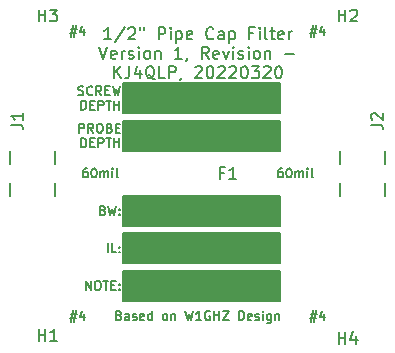
<source format=gbr>
%TF.GenerationSoftware,KiCad,Pcbnew,6.0.3-a3aad9c10e~116~ubuntu20.04.1*%
%TF.CreationDate,2022-03-21T01:27:17-04:00*%
%TF.ProjectId,pcf_0.5in,7063665f-302e-4356-996e-2e6b69636164,-*%
%TF.SameCoordinates,Original*%
%TF.FileFunction,Legend,Top*%
%TF.FilePolarity,Positive*%
%FSLAX46Y46*%
G04 Gerber Fmt 4.6, Leading zero omitted, Abs format (unit mm)*
G04 Created by KiCad (PCBNEW 6.0.3-a3aad9c10e~116~ubuntu20.04.1) date 2022-03-21 01:27:17*
%MOMM*%
%LPD*%
G01*
G04 APERTURE LIST*
%ADD10C,0.127000*%
%ADD11C,0.152400*%
%ADD12C,0.177800*%
%ADD13C,0.150000*%
G04 APERTURE END LIST*
D10*
X136525000Y-83820000D02*
X149860000Y-83820000D01*
X149860000Y-83820000D02*
X149860000Y-81280000D01*
X149860000Y-81280000D02*
X136525000Y-81280000D01*
X136525000Y-81280000D02*
X136525000Y-83820000D01*
G36*
X136525000Y-83820000D02*
G01*
X149860000Y-83820000D01*
X149860000Y-81280000D01*
X136525000Y-81280000D01*
X136525000Y-83820000D01*
G37*
X136525000Y-96520000D02*
X149860000Y-96520000D01*
X149860000Y-96520000D02*
X149860000Y-93980000D01*
X149860000Y-93980000D02*
X136525000Y-93980000D01*
X136525000Y-93980000D02*
X136525000Y-96520000D01*
G36*
X136525000Y-96520000D02*
G01*
X149860000Y-96520000D01*
X149860000Y-93980000D01*
X136525000Y-93980000D01*
X136525000Y-96520000D01*
G37*
X136525000Y-86995000D02*
X149860000Y-86995000D01*
X149860000Y-86995000D02*
X149860000Y-84455000D01*
X149860000Y-84455000D02*
X136525000Y-84455000D01*
X136525000Y-84455000D02*
X136525000Y-86995000D01*
G36*
X136525000Y-86995000D02*
G01*
X149860000Y-86995000D01*
X149860000Y-84455000D01*
X136525000Y-84455000D01*
X136525000Y-86995000D01*
G37*
X136525000Y-93345000D02*
X149860000Y-93345000D01*
X149860000Y-93345000D02*
X149860000Y-90805000D01*
X149860000Y-90805000D02*
X136525000Y-90805000D01*
X136525000Y-90805000D02*
X136525000Y-93345000D01*
G36*
X136525000Y-93345000D02*
G01*
X149860000Y-93345000D01*
X149860000Y-90805000D01*
X136525000Y-90805000D01*
X136525000Y-93345000D01*
G37*
X136525000Y-99695000D02*
X149860000Y-99695000D01*
X149860000Y-99695000D02*
X149860000Y-97155000D01*
X149860000Y-97155000D02*
X136525000Y-97155000D01*
X136525000Y-97155000D02*
X136525000Y-99695000D01*
G36*
X136525000Y-99695000D02*
G01*
X149860000Y-99695000D01*
X149860000Y-97155000D01*
X136525000Y-97155000D01*
X136525000Y-99695000D01*
G37*
D11*
X135264797Y-95594714D02*
X135264797Y-94832714D01*
X135990511Y-95594714D02*
X135627654Y-95594714D01*
X135627654Y-94832714D01*
X136244511Y-95522142D02*
X136280797Y-95558428D01*
X136244511Y-95594714D01*
X136208225Y-95558428D01*
X136244511Y-95522142D01*
X136244511Y-95594714D01*
X136244511Y-95123000D02*
X136280797Y-95159285D01*
X136244511Y-95195571D01*
X136208225Y-95159285D01*
X136244511Y-95123000D01*
X136244511Y-95195571D01*
X133377940Y-98769714D02*
X133377940Y-98007714D01*
X133813368Y-98769714D01*
X133813368Y-98007714D01*
X134321368Y-98007714D02*
X134466511Y-98007714D01*
X134539082Y-98044000D01*
X134611654Y-98116571D01*
X134647940Y-98261714D01*
X134647940Y-98515714D01*
X134611654Y-98660857D01*
X134539082Y-98733428D01*
X134466511Y-98769714D01*
X134321368Y-98769714D01*
X134248797Y-98733428D01*
X134176225Y-98660857D01*
X134139940Y-98515714D01*
X134139940Y-98261714D01*
X134176225Y-98116571D01*
X134248797Y-98044000D01*
X134321368Y-98007714D01*
X134865654Y-98007714D02*
X135301082Y-98007714D01*
X135083368Y-98769714D02*
X135083368Y-98007714D01*
X135555082Y-98370571D02*
X135809082Y-98370571D01*
X135917940Y-98769714D02*
X135555082Y-98769714D01*
X135555082Y-98007714D01*
X135917940Y-98007714D01*
X136244511Y-98697142D02*
X136280797Y-98733428D01*
X136244511Y-98769714D01*
X136208225Y-98733428D01*
X136244511Y-98697142D01*
X136244511Y-98769714D01*
X136244511Y-98298000D02*
X136280797Y-98334285D01*
X136244511Y-98370571D01*
X136208225Y-98334285D01*
X136244511Y-98298000D01*
X136244511Y-98370571D01*
X150023285Y-88482714D02*
X149878142Y-88482714D01*
X149805571Y-88519000D01*
X149769285Y-88555285D01*
X149696714Y-88664142D01*
X149660428Y-88809285D01*
X149660428Y-89099571D01*
X149696714Y-89172142D01*
X149733000Y-89208428D01*
X149805571Y-89244714D01*
X149950714Y-89244714D01*
X150023285Y-89208428D01*
X150059571Y-89172142D01*
X150095857Y-89099571D01*
X150095857Y-88918142D01*
X150059571Y-88845571D01*
X150023285Y-88809285D01*
X149950714Y-88773000D01*
X149805571Y-88773000D01*
X149733000Y-88809285D01*
X149696714Y-88845571D01*
X149660428Y-88918142D01*
X150567571Y-88482714D02*
X150640142Y-88482714D01*
X150712714Y-88519000D01*
X150749000Y-88555285D01*
X150785285Y-88627857D01*
X150821571Y-88773000D01*
X150821571Y-88954428D01*
X150785285Y-89099571D01*
X150749000Y-89172142D01*
X150712714Y-89208428D01*
X150640142Y-89244714D01*
X150567571Y-89244714D01*
X150495000Y-89208428D01*
X150458714Y-89172142D01*
X150422428Y-89099571D01*
X150386142Y-88954428D01*
X150386142Y-88773000D01*
X150422428Y-88627857D01*
X150458714Y-88555285D01*
X150495000Y-88519000D01*
X150567571Y-88482714D01*
X151148142Y-89244714D02*
X151148142Y-88736714D01*
X151148142Y-88809285D02*
X151184428Y-88773000D01*
X151257000Y-88736714D01*
X151365857Y-88736714D01*
X151438428Y-88773000D01*
X151474714Y-88845571D01*
X151474714Y-89244714D01*
X151474714Y-88845571D02*
X151511000Y-88773000D01*
X151583571Y-88736714D01*
X151692428Y-88736714D01*
X151765000Y-88773000D01*
X151801285Y-88845571D01*
X151801285Y-89244714D01*
X152164142Y-89244714D02*
X152164142Y-88736714D01*
X152164142Y-88482714D02*
X152127857Y-88519000D01*
X152164142Y-88555285D01*
X152200428Y-88519000D01*
X152164142Y-88482714D01*
X152164142Y-88555285D01*
X152635857Y-89244714D02*
X152563285Y-89208428D01*
X152527000Y-89135857D01*
X152527000Y-88482714D01*
X134865654Y-92020571D02*
X134974511Y-92056857D01*
X135010797Y-92093142D01*
X135047082Y-92165714D01*
X135047082Y-92274571D01*
X135010797Y-92347142D01*
X134974511Y-92383428D01*
X134901940Y-92419714D01*
X134611654Y-92419714D01*
X134611654Y-91657714D01*
X134865654Y-91657714D01*
X134938225Y-91694000D01*
X134974511Y-91730285D01*
X135010797Y-91802857D01*
X135010797Y-91875428D01*
X134974511Y-91948000D01*
X134938225Y-91984285D01*
X134865654Y-92020571D01*
X134611654Y-92020571D01*
X135301082Y-91657714D02*
X135482511Y-92419714D01*
X135627654Y-91875428D01*
X135772797Y-92419714D01*
X135954225Y-91657714D01*
X136244511Y-92347142D02*
X136280797Y-92383428D01*
X136244511Y-92419714D01*
X136208225Y-92383428D01*
X136244511Y-92347142D01*
X136244511Y-92419714D01*
X136244511Y-91948000D02*
X136280797Y-91984285D01*
X136244511Y-92020571D01*
X136208225Y-91984285D01*
X136244511Y-91948000D01*
X136244511Y-92020571D01*
D12*
X135545285Y-77563859D02*
X134964714Y-77563859D01*
X135255000Y-77563859D02*
X135255000Y-76547859D01*
X135158238Y-76693001D01*
X135061476Y-76789763D01*
X134964714Y-76838144D01*
X136706428Y-76499478D02*
X135835571Y-77805763D01*
X136996714Y-76644620D02*
X137045095Y-76596240D01*
X137141857Y-76547859D01*
X137383761Y-76547859D01*
X137480523Y-76596240D01*
X137528904Y-76644620D01*
X137577285Y-76741382D01*
X137577285Y-76838144D01*
X137528904Y-76983287D01*
X136948333Y-77563859D01*
X137577285Y-77563859D01*
X137964333Y-76547859D02*
X137964333Y-76741382D01*
X138351380Y-76547859D02*
X138351380Y-76741382D01*
X139560904Y-77563859D02*
X139560904Y-76547859D01*
X139947952Y-76547859D01*
X140044714Y-76596240D01*
X140093095Y-76644620D01*
X140141476Y-76741382D01*
X140141476Y-76886525D01*
X140093095Y-76983287D01*
X140044714Y-77031668D01*
X139947952Y-77080049D01*
X139560904Y-77080049D01*
X140576904Y-77563859D02*
X140576904Y-76886525D01*
X140576904Y-76547859D02*
X140528523Y-76596240D01*
X140576904Y-76644620D01*
X140625285Y-76596240D01*
X140576904Y-76547859D01*
X140576904Y-76644620D01*
X141060714Y-76886525D02*
X141060714Y-77902525D01*
X141060714Y-76934906D02*
X141157476Y-76886525D01*
X141351000Y-76886525D01*
X141447761Y-76934906D01*
X141496142Y-76983287D01*
X141544523Y-77080049D01*
X141544523Y-77370335D01*
X141496142Y-77467097D01*
X141447761Y-77515478D01*
X141351000Y-77563859D01*
X141157476Y-77563859D01*
X141060714Y-77515478D01*
X142367000Y-77515478D02*
X142270238Y-77563859D01*
X142076714Y-77563859D01*
X141979952Y-77515478D01*
X141931571Y-77418716D01*
X141931571Y-77031668D01*
X141979952Y-76934906D01*
X142076714Y-76886525D01*
X142270238Y-76886525D01*
X142367000Y-76934906D01*
X142415380Y-77031668D01*
X142415380Y-77128430D01*
X141931571Y-77225192D01*
X144205476Y-77467097D02*
X144157095Y-77515478D01*
X144011952Y-77563859D01*
X143915190Y-77563859D01*
X143770047Y-77515478D01*
X143673285Y-77418716D01*
X143624904Y-77321954D01*
X143576523Y-77128430D01*
X143576523Y-76983287D01*
X143624904Y-76789763D01*
X143673285Y-76693001D01*
X143770047Y-76596240D01*
X143915190Y-76547859D01*
X144011952Y-76547859D01*
X144157095Y-76596240D01*
X144205476Y-76644620D01*
X145076333Y-77563859D02*
X145076333Y-77031668D01*
X145027952Y-76934906D01*
X144931190Y-76886525D01*
X144737666Y-76886525D01*
X144640904Y-76934906D01*
X145076333Y-77515478D02*
X144979571Y-77563859D01*
X144737666Y-77563859D01*
X144640904Y-77515478D01*
X144592523Y-77418716D01*
X144592523Y-77321954D01*
X144640904Y-77225192D01*
X144737666Y-77176811D01*
X144979571Y-77176811D01*
X145076333Y-77128430D01*
X145560142Y-76886525D02*
X145560142Y-77902525D01*
X145560142Y-76934906D02*
X145656904Y-76886525D01*
X145850428Y-76886525D01*
X145947190Y-76934906D01*
X145995571Y-76983287D01*
X146043952Y-77080049D01*
X146043952Y-77370335D01*
X145995571Y-77467097D01*
X145947190Y-77515478D01*
X145850428Y-77563859D01*
X145656904Y-77563859D01*
X145560142Y-77515478D01*
X147592142Y-77031668D02*
X147253476Y-77031668D01*
X147253476Y-77563859D02*
X147253476Y-76547859D01*
X147737285Y-76547859D01*
X148124333Y-77563859D02*
X148124333Y-76886525D01*
X148124333Y-76547859D02*
X148075952Y-76596240D01*
X148124333Y-76644620D01*
X148172714Y-76596240D01*
X148124333Y-76547859D01*
X148124333Y-76644620D01*
X148753285Y-77563859D02*
X148656523Y-77515478D01*
X148608142Y-77418716D01*
X148608142Y-76547859D01*
X148995190Y-76886525D02*
X149382238Y-76886525D01*
X149140333Y-76547859D02*
X149140333Y-77418716D01*
X149188714Y-77515478D01*
X149285476Y-77563859D01*
X149382238Y-77563859D01*
X150107952Y-77515478D02*
X150011190Y-77563859D01*
X149817666Y-77563859D01*
X149720904Y-77515478D01*
X149672523Y-77418716D01*
X149672523Y-77031668D01*
X149720904Y-76934906D01*
X149817666Y-76886525D01*
X150011190Y-76886525D01*
X150107952Y-76934906D01*
X150156333Y-77031668D01*
X150156333Y-77128430D01*
X149672523Y-77225192D01*
X150591761Y-77563859D02*
X150591761Y-76886525D01*
X150591761Y-77080049D02*
X150640142Y-76983287D01*
X150688523Y-76934906D01*
X150785285Y-76886525D01*
X150882047Y-76886525D01*
X134553476Y-78183619D02*
X134892142Y-79199619D01*
X135230809Y-78183619D01*
X135956523Y-79151238D02*
X135859761Y-79199619D01*
X135666238Y-79199619D01*
X135569476Y-79151238D01*
X135521095Y-79054476D01*
X135521095Y-78667428D01*
X135569476Y-78570666D01*
X135666238Y-78522285D01*
X135859761Y-78522285D01*
X135956523Y-78570666D01*
X136004904Y-78667428D01*
X136004904Y-78764190D01*
X135521095Y-78860952D01*
X136440333Y-79199619D02*
X136440333Y-78522285D01*
X136440333Y-78715809D02*
X136488714Y-78619047D01*
X136537095Y-78570666D01*
X136633857Y-78522285D01*
X136730619Y-78522285D01*
X137020904Y-79151238D02*
X137117666Y-79199619D01*
X137311190Y-79199619D01*
X137407952Y-79151238D01*
X137456333Y-79054476D01*
X137456333Y-79006095D01*
X137407952Y-78909333D01*
X137311190Y-78860952D01*
X137166047Y-78860952D01*
X137069285Y-78812571D01*
X137020904Y-78715809D01*
X137020904Y-78667428D01*
X137069285Y-78570666D01*
X137166047Y-78522285D01*
X137311190Y-78522285D01*
X137407952Y-78570666D01*
X137891761Y-79199619D02*
X137891761Y-78522285D01*
X137891761Y-78183619D02*
X137843380Y-78232000D01*
X137891761Y-78280380D01*
X137940142Y-78232000D01*
X137891761Y-78183619D01*
X137891761Y-78280380D01*
X138520714Y-79199619D02*
X138423952Y-79151238D01*
X138375571Y-79102857D01*
X138327190Y-79006095D01*
X138327190Y-78715809D01*
X138375571Y-78619047D01*
X138423952Y-78570666D01*
X138520714Y-78522285D01*
X138665857Y-78522285D01*
X138762619Y-78570666D01*
X138811000Y-78619047D01*
X138859380Y-78715809D01*
X138859380Y-79006095D01*
X138811000Y-79102857D01*
X138762619Y-79151238D01*
X138665857Y-79199619D01*
X138520714Y-79199619D01*
X139294809Y-78522285D02*
X139294809Y-79199619D01*
X139294809Y-78619047D02*
X139343190Y-78570666D01*
X139439952Y-78522285D01*
X139585095Y-78522285D01*
X139681857Y-78570666D01*
X139730238Y-78667428D01*
X139730238Y-79199619D01*
X141520333Y-79199619D02*
X140939761Y-79199619D01*
X141230047Y-79199619D02*
X141230047Y-78183619D01*
X141133285Y-78328761D01*
X141036523Y-78425523D01*
X140939761Y-78473904D01*
X142004142Y-79151238D02*
X142004142Y-79199619D01*
X141955761Y-79296380D01*
X141907380Y-79344761D01*
X143794238Y-79199619D02*
X143455571Y-78715809D01*
X143213666Y-79199619D02*
X143213666Y-78183619D01*
X143600714Y-78183619D01*
X143697476Y-78232000D01*
X143745857Y-78280380D01*
X143794238Y-78377142D01*
X143794238Y-78522285D01*
X143745857Y-78619047D01*
X143697476Y-78667428D01*
X143600714Y-78715809D01*
X143213666Y-78715809D01*
X144616714Y-79151238D02*
X144519952Y-79199619D01*
X144326428Y-79199619D01*
X144229666Y-79151238D01*
X144181285Y-79054476D01*
X144181285Y-78667428D01*
X144229666Y-78570666D01*
X144326428Y-78522285D01*
X144519952Y-78522285D01*
X144616714Y-78570666D01*
X144665095Y-78667428D01*
X144665095Y-78764190D01*
X144181285Y-78860952D01*
X145003761Y-78522285D02*
X145245666Y-79199619D01*
X145487571Y-78522285D01*
X145874619Y-79199619D02*
X145874619Y-78522285D01*
X145874619Y-78183619D02*
X145826238Y-78232000D01*
X145874619Y-78280380D01*
X145923000Y-78232000D01*
X145874619Y-78183619D01*
X145874619Y-78280380D01*
X146310047Y-79151238D02*
X146406809Y-79199619D01*
X146600333Y-79199619D01*
X146697095Y-79151238D01*
X146745476Y-79054476D01*
X146745476Y-79006095D01*
X146697095Y-78909333D01*
X146600333Y-78860952D01*
X146455190Y-78860952D01*
X146358428Y-78812571D01*
X146310047Y-78715809D01*
X146310047Y-78667428D01*
X146358428Y-78570666D01*
X146455190Y-78522285D01*
X146600333Y-78522285D01*
X146697095Y-78570666D01*
X147180904Y-79199619D02*
X147180904Y-78522285D01*
X147180904Y-78183619D02*
X147132523Y-78232000D01*
X147180904Y-78280380D01*
X147229285Y-78232000D01*
X147180904Y-78183619D01*
X147180904Y-78280380D01*
X147809857Y-79199619D02*
X147713095Y-79151238D01*
X147664714Y-79102857D01*
X147616333Y-79006095D01*
X147616333Y-78715809D01*
X147664714Y-78619047D01*
X147713095Y-78570666D01*
X147809857Y-78522285D01*
X147955000Y-78522285D01*
X148051761Y-78570666D01*
X148100142Y-78619047D01*
X148148523Y-78715809D01*
X148148523Y-79006095D01*
X148100142Y-79102857D01*
X148051761Y-79151238D01*
X147955000Y-79199619D01*
X147809857Y-79199619D01*
X148583952Y-78522285D02*
X148583952Y-79199619D01*
X148583952Y-78619047D02*
X148632333Y-78570666D01*
X148729095Y-78522285D01*
X148874238Y-78522285D01*
X148971000Y-78570666D01*
X149019380Y-78667428D01*
X149019380Y-79199619D01*
X150277285Y-78812571D02*
X151051380Y-78812571D01*
X135787190Y-80835379D02*
X135787190Y-79819379D01*
X136367761Y-80835379D02*
X135932333Y-80254807D01*
X136367761Y-79819379D02*
X135787190Y-80399950D01*
X137093476Y-79819379D02*
X137093476Y-80545093D01*
X137045095Y-80690236D01*
X136948333Y-80786998D01*
X136803190Y-80835379D01*
X136706428Y-80835379D01*
X138012714Y-80158045D02*
X138012714Y-80835379D01*
X137770809Y-79770998D02*
X137528904Y-80496712D01*
X138157857Y-80496712D01*
X139222238Y-80932140D02*
X139125476Y-80883760D01*
X139028714Y-80786998D01*
X138883571Y-80641855D01*
X138786809Y-80593474D01*
X138690047Y-80593474D01*
X138738428Y-80835379D02*
X138641666Y-80786998D01*
X138544904Y-80690236D01*
X138496523Y-80496712D01*
X138496523Y-80158045D01*
X138544904Y-79964521D01*
X138641666Y-79867760D01*
X138738428Y-79819379D01*
X138931952Y-79819379D01*
X139028714Y-79867760D01*
X139125476Y-79964521D01*
X139173857Y-80158045D01*
X139173857Y-80496712D01*
X139125476Y-80690236D01*
X139028714Y-80786998D01*
X138931952Y-80835379D01*
X138738428Y-80835379D01*
X140093095Y-80835379D02*
X139609285Y-80835379D01*
X139609285Y-79819379D01*
X140431761Y-80835379D02*
X140431761Y-79819379D01*
X140818809Y-79819379D01*
X140915571Y-79867760D01*
X140963952Y-79916140D01*
X141012333Y-80012902D01*
X141012333Y-80158045D01*
X140963952Y-80254807D01*
X140915571Y-80303188D01*
X140818809Y-80351569D01*
X140431761Y-80351569D01*
X141496142Y-80786998D02*
X141496142Y-80835379D01*
X141447761Y-80932140D01*
X141399380Y-80980521D01*
X142657285Y-79916140D02*
X142705666Y-79867760D01*
X142802428Y-79819379D01*
X143044333Y-79819379D01*
X143141095Y-79867760D01*
X143189476Y-79916140D01*
X143237857Y-80012902D01*
X143237857Y-80109664D01*
X143189476Y-80254807D01*
X142608904Y-80835379D01*
X143237857Y-80835379D01*
X143866809Y-79819379D02*
X143963571Y-79819379D01*
X144060333Y-79867760D01*
X144108714Y-79916140D01*
X144157095Y-80012902D01*
X144205476Y-80206426D01*
X144205476Y-80448331D01*
X144157095Y-80641855D01*
X144108714Y-80738617D01*
X144060333Y-80786998D01*
X143963571Y-80835379D01*
X143866809Y-80835379D01*
X143770047Y-80786998D01*
X143721666Y-80738617D01*
X143673285Y-80641855D01*
X143624904Y-80448331D01*
X143624904Y-80206426D01*
X143673285Y-80012902D01*
X143721666Y-79916140D01*
X143770047Y-79867760D01*
X143866809Y-79819379D01*
X144592523Y-79916140D02*
X144640904Y-79867760D01*
X144737666Y-79819379D01*
X144979571Y-79819379D01*
X145076333Y-79867760D01*
X145124714Y-79916140D01*
X145173095Y-80012902D01*
X145173095Y-80109664D01*
X145124714Y-80254807D01*
X144544142Y-80835379D01*
X145173095Y-80835379D01*
X145560142Y-79916140D02*
X145608523Y-79867760D01*
X145705285Y-79819379D01*
X145947190Y-79819379D01*
X146043952Y-79867760D01*
X146092333Y-79916140D01*
X146140714Y-80012902D01*
X146140714Y-80109664D01*
X146092333Y-80254807D01*
X145511761Y-80835379D01*
X146140714Y-80835379D01*
X146769666Y-79819379D02*
X146866428Y-79819379D01*
X146963190Y-79867760D01*
X147011571Y-79916140D01*
X147059952Y-80012902D01*
X147108333Y-80206426D01*
X147108333Y-80448331D01*
X147059952Y-80641855D01*
X147011571Y-80738617D01*
X146963190Y-80786998D01*
X146866428Y-80835379D01*
X146769666Y-80835379D01*
X146672904Y-80786998D01*
X146624523Y-80738617D01*
X146576142Y-80641855D01*
X146527761Y-80448331D01*
X146527761Y-80206426D01*
X146576142Y-80012902D01*
X146624523Y-79916140D01*
X146672904Y-79867760D01*
X146769666Y-79819379D01*
X147447000Y-79819379D02*
X148075952Y-79819379D01*
X147737285Y-80206426D01*
X147882428Y-80206426D01*
X147979190Y-80254807D01*
X148027571Y-80303188D01*
X148075952Y-80399950D01*
X148075952Y-80641855D01*
X148027571Y-80738617D01*
X147979190Y-80786998D01*
X147882428Y-80835379D01*
X147592142Y-80835379D01*
X147495380Y-80786998D01*
X147447000Y-80738617D01*
X148463000Y-79916140D02*
X148511380Y-79867760D01*
X148608142Y-79819379D01*
X148850047Y-79819379D01*
X148946809Y-79867760D01*
X148995190Y-79916140D01*
X149043571Y-80012902D01*
X149043571Y-80109664D01*
X148995190Y-80254807D01*
X148414619Y-80835379D01*
X149043571Y-80835379D01*
X149672523Y-79819379D02*
X149769285Y-79819379D01*
X149866047Y-79867760D01*
X149914428Y-79916140D01*
X149962809Y-80012902D01*
X150011190Y-80206426D01*
X150011190Y-80448331D01*
X149962809Y-80641855D01*
X149914428Y-80738617D01*
X149866047Y-80786998D01*
X149769285Y-80835379D01*
X149672523Y-80835379D01*
X149575761Y-80786998D01*
X149527380Y-80738617D01*
X149479000Y-80641855D01*
X149430619Y-80448331D01*
X149430619Y-80206426D01*
X149479000Y-80012902D01*
X149527380Y-79916140D01*
X149575761Y-79867760D01*
X149672523Y-79819379D01*
D11*
X132116285Y-76671714D02*
X132660571Y-76671714D01*
X132334000Y-76345142D02*
X132116285Y-77324857D01*
X132588000Y-76998285D02*
X132043714Y-76998285D01*
X132370285Y-77324857D02*
X132588000Y-76345142D01*
X133241142Y-76671714D02*
X133241142Y-77179714D01*
X133059714Y-76381428D02*
X132878285Y-76925714D01*
X133350000Y-76925714D01*
X132116285Y-100801714D02*
X132660571Y-100801714D01*
X132334000Y-100475142D02*
X132116285Y-101454857D01*
X132588000Y-101128285D02*
X132043714Y-101128285D01*
X132370285Y-101454857D02*
X132588000Y-100475142D01*
X133241142Y-100801714D02*
X133241142Y-101309714D01*
X133059714Y-100511428D02*
X132878285Y-101055714D01*
X133350000Y-101055714D01*
X152436285Y-100801714D02*
X152980571Y-100801714D01*
X152654000Y-100475142D02*
X152436285Y-101454857D01*
X152908000Y-101128285D02*
X152363714Y-101128285D01*
X152690285Y-101454857D02*
X152908000Y-100475142D01*
X153561142Y-100801714D02*
X153561142Y-101309714D01*
X153379714Y-100511428D02*
X153198285Y-101055714D01*
X153670000Y-101055714D01*
X132761082Y-82245018D02*
X132869940Y-82281304D01*
X133051368Y-82281304D01*
X133123940Y-82245018D01*
X133160225Y-82208732D01*
X133196511Y-82136161D01*
X133196511Y-82063590D01*
X133160225Y-81991018D01*
X133123940Y-81954732D01*
X133051368Y-81918447D01*
X132906225Y-81882161D01*
X132833654Y-81845875D01*
X132797368Y-81809590D01*
X132761082Y-81737018D01*
X132761082Y-81664447D01*
X132797368Y-81591875D01*
X132833654Y-81555590D01*
X132906225Y-81519304D01*
X133087654Y-81519304D01*
X133196511Y-81555590D01*
X133958511Y-82208732D02*
X133922225Y-82245018D01*
X133813368Y-82281304D01*
X133740797Y-82281304D01*
X133631940Y-82245018D01*
X133559368Y-82172447D01*
X133523082Y-82099875D01*
X133486797Y-81954732D01*
X133486797Y-81845875D01*
X133523082Y-81700732D01*
X133559368Y-81628161D01*
X133631940Y-81555590D01*
X133740797Y-81519304D01*
X133813368Y-81519304D01*
X133922225Y-81555590D01*
X133958511Y-81591875D01*
X134720511Y-82281304D02*
X134466511Y-81918447D01*
X134285082Y-82281304D02*
X134285082Y-81519304D01*
X134575368Y-81519304D01*
X134647940Y-81555590D01*
X134684225Y-81591875D01*
X134720511Y-81664447D01*
X134720511Y-81773304D01*
X134684225Y-81845875D01*
X134647940Y-81882161D01*
X134575368Y-81918447D01*
X134285082Y-81918447D01*
X135047082Y-81882161D02*
X135301082Y-81882161D01*
X135409940Y-82281304D02*
X135047082Y-82281304D01*
X135047082Y-81519304D01*
X135409940Y-81519304D01*
X135663940Y-81519304D02*
X135845368Y-82281304D01*
X135990511Y-81737018D01*
X136135654Y-82281304D01*
X136317082Y-81519304D01*
X133015082Y-83508124D02*
X133015082Y-82746124D01*
X133196511Y-82746124D01*
X133305368Y-82782410D01*
X133377940Y-82854981D01*
X133414225Y-82927552D01*
X133450511Y-83072695D01*
X133450511Y-83181552D01*
X133414225Y-83326695D01*
X133377940Y-83399267D01*
X133305368Y-83471838D01*
X133196511Y-83508124D01*
X133015082Y-83508124D01*
X133777082Y-83108981D02*
X134031082Y-83108981D01*
X134139940Y-83508124D02*
X133777082Y-83508124D01*
X133777082Y-82746124D01*
X134139940Y-82746124D01*
X134466511Y-83508124D02*
X134466511Y-82746124D01*
X134756797Y-82746124D01*
X134829368Y-82782410D01*
X134865654Y-82818695D01*
X134901940Y-82891267D01*
X134901940Y-83000124D01*
X134865654Y-83072695D01*
X134829368Y-83108981D01*
X134756797Y-83145267D01*
X134466511Y-83145267D01*
X135119654Y-82746124D02*
X135555082Y-82746124D01*
X135337368Y-83508124D02*
X135337368Y-82746124D01*
X135809082Y-83508124D02*
X135809082Y-82746124D01*
X135809082Y-83108981D02*
X136244511Y-83108981D01*
X136244511Y-83508124D02*
X136244511Y-82746124D01*
X133513285Y-88482714D02*
X133368142Y-88482714D01*
X133295571Y-88519000D01*
X133259285Y-88555285D01*
X133186714Y-88664142D01*
X133150428Y-88809285D01*
X133150428Y-89099571D01*
X133186714Y-89172142D01*
X133223000Y-89208428D01*
X133295571Y-89244714D01*
X133440714Y-89244714D01*
X133513285Y-89208428D01*
X133549571Y-89172142D01*
X133585857Y-89099571D01*
X133585857Y-88918142D01*
X133549571Y-88845571D01*
X133513285Y-88809285D01*
X133440714Y-88773000D01*
X133295571Y-88773000D01*
X133223000Y-88809285D01*
X133186714Y-88845571D01*
X133150428Y-88918142D01*
X134057571Y-88482714D02*
X134130142Y-88482714D01*
X134202714Y-88519000D01*
X134239000Y-88555285D01*
X134275285Y-88627857D01*
X134311571Y-88773000D01*
X134311571Y-88954428D01*
X134275285Y-89099571D01*
X134239000Y-89172142D01*
X134202714Y-89208428D01*
X134130142Y-89244714D01*
X134057571Y-89244714D01*
X133985000Y-89208428D01*
X133948714Y-89172142D01*
X133912428Y-89099571D01*
X133876142Y-88954428D01*
X133876142Y-88773000D01*
X133912428Y-88627857D01*
X133948714Y-88555285D01*
X133985000Y-88519000D01*
X134057571Y-88482714D01*
X134638142Y-89244714D02*
X134638142Y-88736714D01*
X134638142Y-88809285D02*
X134674428Y-88773000D01*
X134747000Y-88736714D01*
X134855857Y-88736714D01*
X134928428Y-88773000D01*
X134964714Y-88845571D01*
X134964714Y-89244714D01*
X134964714Y-88845571D02*
X135001000Y-88773000D01*
X135073571Y-88736714D01*
X135182428Y-88736714D01*
X135255000Y-88773000D01*
X135291285Y-88845571D01*
X135291285Y-89244714D01*
X135654142Y-89244714D02*
X135654142Y-88736714D01*
X135654142Y-88482714D02*
X135617857Y-88519000D01*
X135654142Y-88555285D01*
X135690428Y-88519000D01*
X135654142Y-88482714D01*
X135654142Y-88555285D01*
X136125857Y-89244714D02*
X136053285Y-89208428D01*
X136017000Y-89135857D01*
X136017000Y-88482714D01*
X136216571Y-100910571D02*
X136325428Y-100946857D01*
X136361714Y-100983142D01*
X136398000Y-101055714D01*
X136398000Y-101164571D01*
X136361714Y-101237142D01*
X136325428Y-101273428D01*
X136252857Y-101309714D01*
X135962571Y-101309714D01*
X135962571Y-100547714D01*
X136216571Y-100547714D01*
X136289142Y-100584000D01*
X136325428Y-100620285D01*
X136361714Y-100692857D01*
X136361714Y-100765428D01*
X136325428Y-100838000D01*
X136289142Y-100874285D01*
X136216571Y-100910571D01*
X135962571Y-100910571D01*
X137051142Y-101309714D02*
X137051142Y-100910571D01*
X137014857Y-100838000D01*
X136942285Y-100801714D01*
X136797142Y-100801714D01*
X136724571Y-100838000D01*
X137051142Y-101273428D02*
X136978571Y-101309714D01*
X136797142Y-101309714D01*
X136724571Y-101273428D01*
X136688285Y-101200857D01*
X136688285Y-101128285D01*
X136724571Y-101055714D01*
X136797142Y-101019428D01*
X136978571Y-101019428D01*
X137051142Y-100983142D01*
X137377714Y-101273428D02*
X137450285Y-101309714D01*
X137595428Y-101309714D01*
X137668000Y-101273428D01*
X137704285Y-101200857D01*
X137704285Y-101164571D01*
X137668000Y-101092000D01*
X137595428Y-101055714D01*
X137486571Y-101055714D01*
X137414000Y-101019428D01*
X137377714Y-100946857D01*
X137377714Y-100910571D01*
X137414000Y-100838000D01*
X137486571Y-100801714D01*
X137595428Y-100801714D01*
X137668000Y-100838000D01*
X138321142Y-101273428D02*
X138248571Y-101309714D01*
X138103428Y-101309714D01*
X138030857Y-101273428D01*
X137994571Y-101200857D01*
X137994571Y-100910571D01*
X138030857Y-100838000D01*
X138103428Y-100801714D01*
X138248571Y-100801714D01*
X138321142Y-100838000D01*
X138357428Y-100910571D01*
X138357428Y-100983142D01*
X137994571Y-101055714D01*
X139010571Y-101309714D02*
X139010571Y-100547714D01*
X139010571Y-101273428D02*
X138938000Y-101309714D01*
X138792857Y-101309714D01*
X138720285Y-101273428D01*
X138684000Y-101237142D01*
X138647714Y-101164571D01*
X138647714Y-100946857D01*
X138684000Y-100874285D01*
X138720285Y-100838000D01*
X138792857Y-100801714D01*
X138938000Y-100801714D01*
X139010571Y-100838000D01*
X140062857Y-101309714D02*
X139990285Y-101273428D01*
X139954000Y-101237142D01*
X139917714Y-101164571D01*
X139917714Y-100946857D01*
X139954000Y-100874285D01*
X139990285Y-100838000D01*
X140062857Y-100801714D01*
X140171714Y-100801714D01*
X140244285Y-100838000D01*
X140280571Y-100874285D01*
X140316857Y-100946857D01*
X140316857Y-101164571D01*
X140280571Y-101237142D01*
X140244285Y-101273428D01*
X140171714Y-101309714D01*
X140062857Y-101309714D01*
X140643428Y-100801714D02*
X140643428Y-101309714D01*
X140643428Y-100874285D02*
X140679714Y-100838000D01*
X140752285Y-100801714D01*
X140861142Y-100801714D01*
X140933714Y-100838000D01*
X140970000Y-100910571D01*
X140970000Y-101309714D01*
X141840857Y-100547714D02*
X142022285Y-101309714D01*
X142167428Y-100765428D01*
X142312571Y-101309714D01*
X142494000Y-100547714D01*
X143183428Y-101309714D02*
X142748000Y-101309714D01*
X142965714Y-101309714D02*
X142965714Y-100547714D01*
X142893142Y-100656571D01*
X142820571Y-100729142D01*
X142748000Y-100765428D01*
X143909142Y-100584000D02*
X143836571Y-100547714D01*
X143727714Y-100547714D01*
X143618857Y-100584000D01*
X143546285Y-100656571D01*
X143510000Y-100729142D01*
X143473714Y-100874285D01*
X143473714Y-100983142D01*
X143510000Y-101128285D01*
X143546285Y-101200857D01*
X143618857Y-101273428D01*
X143727714Y-101309714D01*
X143800285Y-101309714D01*
X143909142Y-101273428D01*
X143945428Y-101237142D01*
X143945428Y-100983142D01*
X143800285Y-100983142D01*
X144272000Y-101309714D02*
X144272000Y-100547714D01*
X144272000Y-100910571D02*
X144707428Y-100910571D01*
X144707428Y-101309714D02*
X144707428Y-100547714D01*
X144997714Y-100547714D02*
X145505714Y-100547714D01*
X144997714Y-101309714D01*
X145505714Y-101309714D01*
X146376571Y-101309714D02*
X146376571Y-100547714D01*
X146558000Y-100547714D01*
X146666857Y-100584000D01*
X146739428Y-100656571D01*
X146775714Y-100729142D01*
X146812000Y-100874285D01*
X146812000Y-100983142D01*
X146775714Y-101128285D01*
X146739428Y-101200857D01*
X146666857Y-101273428D01*
X146558000Y-101309714D01*
X146376571Y-101309714D01*
X147428857Y-101273428D02*
X147356285Y-101309714D01*
X147211142Y-101309714D01*
X147138571Y-101273428D01*
X147102285Y-101200857D01*
X147102285Y-100910571D01*
X147138571Y-100838000D01*
X147211142Y-100801714D01*
X147356285Y-100801714D01*
X147428857Y-100838000D01*
X147465142Y-100910571D01*
X147465142Y-100983142D01*
X147102285Y-101055714D01*
X147755428Y-101273428D02*
X147828000Y-101309714D01*
X147973142Y-101309714D01*
X148045714Y-101273428D01*
X148082000Y-101200857D01*
X148082000Y-101164571D01*
X148045714Y-101092000D01*
X147973142Y-101055714D01*
X147864285Y-101055714D01*
X147791714Y-101019428D01*
X147755428Y-100946857D01*
X147755428Y-100910571D01*
X147791714Y-100838000D01*
X147864285Y-100801714D01*
X147973142Y-100801714D01*
X148045714Y-100838000D01*
X148408571Y-101309714D02*
X148408571Y-100801714D01*
X148408571Y-100547714D02*
X148372285Y-100584000D01*
X148408571Y-100620285D01*
X148444857Y-100584000D01*
X148408571Y-100547714D01*
X148408571Y-100620285D01*
X149098000Y-100801714D02*
X149098000Y-101418571D01*
X149061714Y-101491142D01*
X149025428Y-101527428D01*
X148952857Y-101563714D01*
X148844000Y-101563714D01*
X148771428Y-101527428D01*
X149098000Y-101273428D02*
X149025428Y-101309714D01*
X148880285Y-101309714D01*
X148807714Y-101273428D01*
X148771428Y-101237142D01*
X148735142Y-101164571D01*
X148735142Y-100946857D01*
X148771428Y-100874285D01*
X148807714Y-100838000D01*
X148880285Y-100801714D01*
X149025428Y-100801714D01*
X149098000Y-100838000D01*
X149460857Y-100801714D02*
X149460857Y-101309714D01*
X149460857Y-100874285D02*
X149497142Y-100838000D01*
X149569714Y-100801714D01*
X149678571Y-100801714D01*
X149751142Y-100838000D01*
X149787428Y-100910571D01*
X149787428Y-101309714D01*
X152436285Y-76671714D02*
X152980571Y-76671714D01*
X152654000Y-76345142D02*
X152436285Y-77324857D01*
X152908000Y-76998285D02*
X152363714Y-76998285D01*
X152690285Y-77324857D02*
X152908000Y-76345142D01*
X153561142Y-76671714D02*
X153561142Y-77179714D01*
X153379714Y-76381428D02*
X153198285Y-76925714D01*
X153670000Y-76925714D01*
X132833654Y-85456304D02*
X132833654Y-84694304D01*
X133123940Y-84694304D01*
X133196511Y-84730590D01*
X133232797Y-84766875D01*
X133269082Y-84839447D01*
X133269082Y-84948304D01*
X133232797Y-85020875D01*
X133196511Y-85057161D01*
X133123940Y-85093447D01*
X132833654Y-85093447D01*
X134031082Y-85456304D02*
X133777082Y-85093447D01*
X133595654Y-85456304D02*
X133595654Y-84694304D01*
X133885940Y-84694304D01*
X133958511Y-84730590D01*
X133994797Y-84766875D01*
X134031082Y-84839447D01*
X134031082Y-84948304D01*
X133994797Y-85020875D01*
X133958511Y-85057161D01*
X133885940Y-85093447D01*
X133595654Y-85093447D01*
X134502797Y-84694304D02*
X134647940Y-84694304D01*
X134720511Y-84730590D01*
X134793082Y-84803161D01*
X134829368Y-84948304D01*
X134829368Y-85202304D01*
X134793082Y-85347447D01*
X134720511Y-85420018D01*
X134647940Y-85456304D01*
X134502797Y-85456304D01*
X134430225Y-85420018D01*
X134357654Y-85347447D01*
X134321368Y-85202304D01*
X134321368Y-84948304D01*
X134357654Y-84803161D01*
X134430225Y-84730590D01*
X134502797Y-84694304D01*
X135409940Y-85057161D02*
X135518797Y-85093447D01*
X135555082Y-85129732D01*
X135591368Y-85202304D01*
X135591368Y-85311161D01*
X135555082Y-85383732D01*
X135518797Y-85420018D01*
X135446225Y-85456304D01*
X135155940Y-85456304D01*
X135155940Y-84694304D01*
X135409940Y-84694304D01*
X135482511Y-84730590D01*
X135518797Y-84766875D01*
X135555082Y-84839447D01*
X135555082Y-84912018D01*
X135518797Y-84984590D01*
X135482511Y-85020875D01*
X135409940Y-85057161D01*
X135155940Y-85057161D01*
X135917940Y-85057161D02*
X136171940Y-85057161D01*
X136280797Y-85456304D02*
X135917940Y-85456304D01*
X135917940Y-84694304D01*
X136280797Y-84694304D01*
X133015082Y-86683124D02*
X133015082Y-85921124D01*
X133196511Y-85921124D01*
X133305368Y-85957410D01*
X133377940Y-86029981D01*
X133414225Y-86102552D01*
X133450511Y-86247695D01*
X133450511Y-86356552D01*
X133414225Y-86501695D01*
X133377940Y-86574267D01*
X133305368Y-86646838D01*
X133196511Y-86683124D01*
X133015082Y-86683124D01*
X133777082Y-86283981D02*
X134031082Y-86283981D01*
X134139940Y-86683124D02*
X133777082Y-86683124D01*
X133777082Y-85921124D01*
X134139940Y-85921124D01*
X134466511Y-86683124D02*
X134466511Y-85921124D01*
X134756797Y-85921124D01*
X134829368Y-85957410D01*
X134865654Y-85993695D01*
X134901940Y-86066267D01*
X134901940Y-86175124D01*
X134865654Y-86247695D01*
X134829368Y-86283981D01*
X134756797Y-86320267D01*
X134466511Y-86320267D01*
X135119654Y-85921124D02*
X135555082Y-85921124D01*
X135337368Y-86683124D02*
X135337368Y-85921124D01*
X135809082Y-86683124D02*
X135809082Y-85921124D01*
X135809082Y-86283981D02*
X136244511Y-86283981D01*
X136244511Y-86683124D02*
X136244511Y-85921124D01*
D13*
%TO.C,H4*%
X154813095Y-103322380D02*
X154813095Y-102322380D01*
X154813095Y-102798571D02*
X155384523Y-102798571D01*
X155384523Y-103322380D02*
X155384523Y-102322380D01*
X156289285Y-102655714D02*
X156289285Y-103322380D01*
X156051190Y-102274761D02*
X155813095Y-102989047D01*
X156432142Y-102989047D01*
%TO.C,H1*%
X129413095Y-103068380D02*
X129413095Y-102068380D01*
X129413095Y-102544571D02*
X129984523Y-102544571D01*
X129984523Y-103068380D02*
X129984523Y-102068380D01*
X130984523Y-103068380D02*
X130413095Y-103068380D01*
X130698809Y-103068380D02*
X130698809Y-102068380D01*
X130603571Y-102211238D01*
X130508333Y-102306476D01*
X130413095Y-102354095D01*
%TO.C,H3*%
X129413095Y-76027380D02*
X129413095Y-75027380D01*
X129413095Y-75503571D02*
X129984523Y-75503571D01*
X129984523Y-76027380D02*
X129984523Y-75027380D01*
X130365476Y-75027380D02*
X130984523Y-75027380D01*
X130651190Y-75408333D01*
X130794047Y-75408333D01*
X130889285Y-75455952D01*
X130936904Y-75503571D01*
X130984523Y-75598809D01*
X130984523Y-75836904D01*
X130936904Y-75932142D01*
X130889285Y-75979761D01*
X130794047Y-76027380D01*
X130508333Y-76027380D01*
X130413095Y-75979761D01*
X130365476Y-75932142D01*
%TO.C,F1*%
X145081666Y-88828571D02*
X144748333Y-88828571D01*
X144748333Y-89352380D02*
X144748333Y-88352380D01*
X145224523Y-88352380D01*
X146129285Y-89352380D02*
X145557857Y-89352380D01*
X145843571Y-89352380D02*
X145843571Y-88352380D01*
X145748333Y-88495238D01*
X145653095Y-88590476D01*
X145557857Y-88638095D01*
%TO.C,J2*%
X157566854Y-84788653D02*
X158281826Y-84788653D01*
X158424821Y-84836318D01*
X158520150Y-84931648D01*
X158567815Y-85074642D01*
X158567815Y-85169972D01*
X157662184Y-84359670D02*
X157614519Y-84312005D01*
X157566854Y-84216675D01*
X157566854Y-83978351D01*
X157614519Y-83883022D01*
X157662184Y-83835357D01*
X157757513Y-83787692D01*
X157852843Y-83787692D01*
X157995837Y-83835357D01*
X158567815Y-84407335D01*
X158567815Y-83787692D01*
%TO.C,H2*%
X154813095Y-76027380D02*
X154813095Y-75027380D01*
X154813095Y-75503571D02*
X155384523Y-75503571D01*
X155384523Y-76027380D02*
X155384523Y-75027380D01*
X155813095Y-75122619D02*
X155860714Y-75075000D01*
X155955952Y-75027380D01*
X156194047Y-75027380D01*
X156289285Y-75075000D01*
X156336904Y-75122619D01*
X156384523Y-75217857D01*
X156384523Y-75313095D01*
X156336904Y-75455952D01*
X155765476Y-76027380D01*
X156384523Y-76027380D01*
%TO.C,J1*%
X127086854Y-84788653D02*
X127801826Y-84788653D01*
X127944821Y-84836318D01*
X128040150Y-84931648D01*
X128087815Y-85074642D01*
X128087815Y-85169972D01*
X128087815Y-83787692D02*
X128087815Y-84359670D01*
X128087815Y-84073681D02*
X127086854Y-84073681D01*
X127229849Y-84169011D01*
X127325178Y-84264340D01*
X127372843Y-84359670D01*
D10*
%TO.C,J2*%
X158750000Y-88100000D02*
X158750000Y-87000000D01*
X154950000Y-90800000D02*
X154950000Y-89700000D01*
X154950000Y-88100000D02*
X154950000Y-87000000D01*
X158750000Y-90800000D02*
X158750000Y-89700000D01*
%TO.C,J1*%
X130800000Y-87000000D02*
X130800000Y-88100000D01*
X130800000Y-89700000D02*
X130800000Y-90800000D01*
X127000000Y-89700000D02*
X127000000Y-90800000D01*
X127000000Y-87000000D02*
X127000000Y-88100000D01*
%TD*%
M02*

</source>
